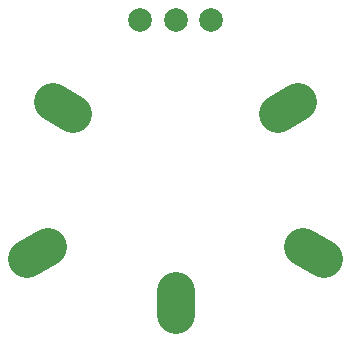
<source format=gts>
G04 Layer: TopSolderMaskLayer*
G04 EasyEDA v6.4.25, 2022-01-20T08:00:52+08:00*
G04 0604ebae3d614f8b92c7e0483259cbfb,3b57db4a37c74da5bb1b5bc11455ab19,10*
G04 Gerber Generator version 0.2*
G04 Scale: 100 percent, Rotated: No, Reflected: No *
G04 Dimensions in millimeters *
G04 leading zeros omitted , absolute positions ,4 integer and 5 decimal *
%FSLAX45Y45*%
%MOMM*%

%ADD13C,3.2032*%
%ADD14C,2.0032*%

%LPD*%
D13*
X-1039228Y600011D02*
G01*
X-866025Y500011D01*
X1039228Y600011D02*
G01*
X866025Y500011D01*
X0Y-1199997D02*
G01*
X0Y-999997D01*
X1082535Y-625005D02*
G01*
X1255737Y-725004D01*
X-1082535Y-625005D02*
G01*
X-1255737Y-725004D01*
D14*
G01*
X0Y1299997D03*
G01*
X299999Y1299997D03*
G01*
X-299999Y1299997D03*
M02*

</source>
